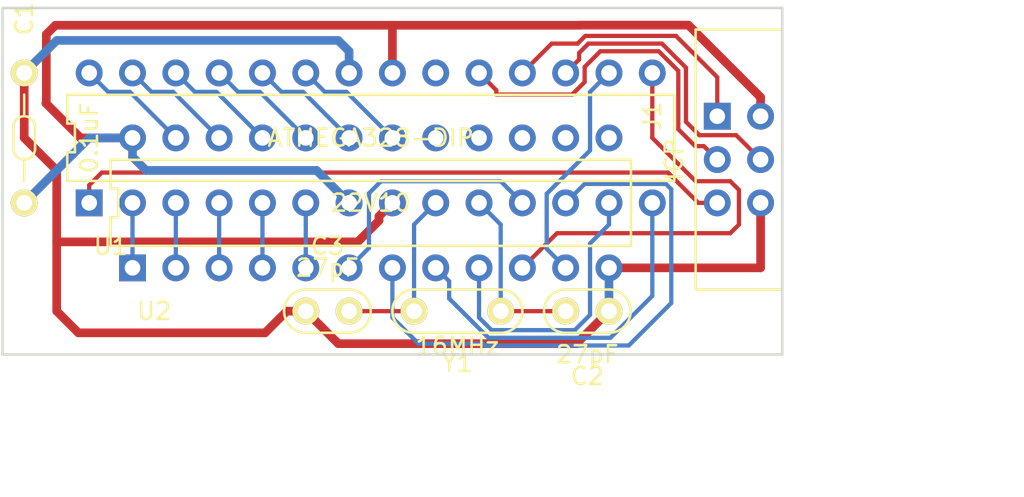
<source format=kicad_pcb>
(kicad_pcb (version 20160815) (host pcbnew "(2016-09-03 BZR 7112, Git 24f6c4b)-product")

  (general
    (links 35)
    (no_connects 15)
    (area 38.024999 38.024999 83.895001 58.495001)
    (thickness 1.6)
    (drawings 6)
    (tracks 155)
    (zones 0)
    (modules 7)
    (nets 31)
  )

  (page A)
  (layers
    (0 F.Cu signal)
    (31 B.Cu signal)
    (32 B.Adhes user)
    (33 F.Adhes user)
    (34 B.Paste user)
    (35 F.Paste user)
    (36 B.SilkS user)
    (37 F.SilkS user)
    (38 B.Mask user)
    (39 F.Mask user)
    (40 Dwgs.User user)
    (41 Cmts.User user)
    (42 Eco1.User user)
    (43 Eco2.User user)
    (44 Edge.Cuts user)
    (45 Margin user)
    (46 B.CrtYd user)
    (47 F.CrtYd user)
    (48 B.Fab user)
    (49 F.Fab user)
  )

  (setup
    (last_trace_width 0.25)
    (trace_clearance 0.2)
    (zone_clearance 0.508)
    (zone_45_only no)
    (trace_min 0.2)
    (segment_width 0.2)
    (edge_width 0.15)
    (via_size 0.8)
    (via_drill 0.4)
    (via_min_size 0.4)
    (via_min_drill 0.3)
    (uvia_size 0.3)
    (uvia_drill 0.1)
    (uvias_allowed no)
    (uvia_min_size 0.2)
    (uvia_min_drill 0.1)
    (pcb_text_width 0.3)
    (pcb_text_size 1.5 1.5)
    (mod_edge_width 0.15)
    (mod_text_size 1 1)
    (mod_text_width 0.15)
    (pad_size 1.5748 1.5748)
    (pad_drill 0.9144)
    (pad_to_mask_clearance 0.2)
    (aux_axis_origin 0 0)
    (visible_elements 7FFFFFFF)
    (pcbplotparams
      (layerselection 0x00030_ffffffff)
      (usegerberextensions false)
      (excludeedgelayer true)
      (linewidth 0.100000)
      (plotframeref false)
      (viasonmask false)
      (mode 1)
      (useauxorigin false)
      (hpglpennumber 1)
      (hpglpenspeed 20)
      (hpglpendiameter 15)
      (psnegative false)
      (psa4output false)
      (plotreference true)
      (plotvalue true)
      (plotinvisibletext false)
      (padsonsilk false)
      (subtractmaskfromsilk false)
      (outputformat 1)
      (mirror false)
      (drillshape 1)
      (scaleselection 1)
      (outputdirectory ""))
  )

  (net 0 "")
  (net 1 GND)
  (net 2 "Net-(C2-Pad1)")
  (net 3 "Net-(C3-Pad1)")
  (net 4 "Net-(J1-Pad1)")
  (net 5 "Net-(J1-Pad4)")
  (net 6 "Net-(J1-Pad3)")
  (net 7 "Net-(J1-Pad5)")
  (net 8 "Net-(U1-Pad28)")
  (net 9 "Net-(U1-Pad27)")
  (net 10 "Net-(U1-Pad2)")
  (net 11 "Net-(U1-Pad26)")
  (net 12 "Net-(U1-Pad3)")
  (net 13 "Net-(U1-Pad25)")
  (net 14 "Net-(U1-Pad4)")
  (net 15 "Net-(U1-Pad24)")
  (net 16 "Net-(U1-Pad5)")
  (net 17 "Net-(U1-Pad23)")
  (net 18 "Net-(U1-Pad6)")
  (net 19 "Net-(U1-Pad11)")
  (net 20 "Net-(U1-Pad12)")
  (net 21 "Net-(U1-Pad16)")
  (net 22 "Net-(U1-Pad13)")
  (net 23 "Net-(U1-Pad15)")
  (net 24 "Net-(U1-Pad14)")
  (net 25 "Net-(U2-Pad16)")
  (net 26 "Net-(U2-Pad15)")
  (net 27 "Net-(U2-Pad14)")
  (net 28 "Net-(U2-Pad13)")
  (net 29 "Net-(U2-Pad17)")
  (net 30 /VCC)

  (net_class Default "This is the default net class."
    (clearance 0.2)
    (trace_width 0.25)
    (via_dia 0.8)
    (via_drill 0.4)
    (uvia_dia 0.3)
    (uvia_drill 0.1)
    (diff_pair_gap 0.25)
    (diff_pair_width 0.2)
    (add_net "Net-(C2-Pad1)")
    (add_net "Net-(C3-Pad1)")
    (add_net "Net-(J1-Pad1)")
    (add_net "Net-(J1-Pad3)")
    (add_net "Net-(J1-Pad4)")
    (add_net "Net-(J1-Pad5)")
    (add_net "Net-(U1-Pad11)")
    (add_net "Net-(U1-Pad12)")
    (add_net "Net-(U1-Pad13)")
    (add_net "Net-(U1-Pad14)")
    (add_net "Net-(U1-Pad15)")
    (add_net "Net-(U1-Pad16)")
    (add_net "Net-(U1-Pad2)")
    (add_net "Net-(U1-Pad23)")
    (add_net "Net-(U1-Pad24)")
    (add_net "Net-(U1-Pad25)")
    (add_net "Net-(U1-Pad26)")
    (add_net "Net-(U1-Pad27)")
    (add_net "Net-(U1-Pad28)")
    (add_net "Net-(U1-Pad3)")
    (add_net "Net-(U1-Pad4)")
    (add_net "Net-(U1-Pad5)")
    (add_net "Net-(U1-Pad6)")
    (add_net "Net-(U2-Pad13)")
    (add_net "Net-(U2-Pad14)")
    (add_net "Net-(U2-Pad15)")
    (add_net "Net-(U2-Pad16)")
    (add_net "Net-(U2-Pad17)")
  )

  (net_class Power ""
    (clearance 0.254)
    (trace_width 0.508)
    (via_dia 1.016)
    (via_drill 0.5588)
    (uvia_dia 0.3)
    (uvia_drill 0.1)
    (diff_pair_gap 0.25)
    (diff_pair_width 0.2)
    (add_net /VCC)
    (add_net GND)
  )

  (module SynthMoudle:CAP-Bypass-0.3 (layer F.Cu) (tedit 56B42E37) (tstamp 57DCAD88)
    (at 39.37 45.72 90)
    (path /57DC66CF)
    (fp_text reference C1 (at 6.985 0 90) (layer F.SilkS)
      (effects (font (size 1 1) (thickness 0.15)))
    )
    (fp_text value 0.1uF (at 0 3.81 90) (layer F.SilkS)
      (effects (font (size 1 1) (thickness 0.15)))
    )
    (fp_arc (start 0.635 0) (end 1.27 0) (angle 90) (layer F.SilkS) (width 0.15))
    (fp_arc (start 0.635 0) (end 0.635 -0.635) (angle 90) (layer F.SilkS) (width 0.15))
    (fp_arc (start -0.635 0) (end -0.635 0.635) (angle 90) (layer F.SilkS) (width 0.15))
    (fp_arc (start -0.635 0) (end -1.27 0) (angle 90) (layer F.SilkS) (width 0.15))
    (fp_line (start -0.635 0.635) (end 0.635 0.635) (layer F.SilkS) (width 0.15))
    (fp_line (start -0.635 -0.635) (end 0.635 -0.635) (layer F.SilkS) (width 0.15))
    (fp_line (start 2.54 0) (end 1.27 0) (layer F.SilkS) (width 0.15))
    (fp_line (start -2.54 0) (end -1.27 0) (layer F.SilkS) (width 0.15))
    (pad 1 thru_hole circle (at -3.81 0 90) (size 1.5748 1.5748) (drill 0.9144) (layers *.Cu *.Mask F.SilkS)
      (net 30 /VCC))
    (pad 2 thru_hole circle (at 3.81 0 90) (size 1.5748 1.5748) (drill 0.9144) (layers *.Cu *.Mask F.SilkS)
      (net 1 GND))
  )

  (module SynthMoudle:CAP-0.1 (layer F.Cu) (tedit 56D66FB6) (tstamp 57DCAD94)
    (at 72.39 55.88)
    (path /57DC60DE)
    (fp_text reference C2 (at 0 3.81) (layer F.SilkS)
      (effects (font (size 1 1) (thickness 0.15)))
    )
    (fp_text value 27pF (at 0 2.54) (layer F.SilkS)
      (effects (font (size 1 1) (thickness 0.15)))
    )
    (fp_arc (start 1.27 0) (end 2.54 0) (angle 90) (layer F.SilkS) (width 0.15))
    (fp_arc (start 1.27 0) (end 1.27 -1.27) (angle 90) (layer F.SilkS) (width 0.15))
    (fp_arc (start -1.27 0) (end -2.54 0) (angle 90) (layer F.SilkS) (width 0.15))
    (fp_arc (start -1.27 0) (end -1.27 1.27) (angle 90) (layer F.SilkS) (width 0.15))
    (fp_line (start 1.27 1.27) (end -1.27 1.27) (layer F.SilkS) (width 0.15))
    (fp_line (start -1.27 -1.27) (end 1.27 -1.27) (layer F.SilkS) (width 0.15))
    (pad 1 thru_hole circle (at -1.27 0) (size 1.5748 1.5748) (drill 0.9144) (layers *.Cu *.Mask F.SilkS)
      (net 2 "Net-(C2-Pad1)"))
    (pad 2 thru_hole circle (at 1.27 0) (size 1.5748 1.5748) (drill 0.9144) (layers *.Cu *.Mask F.SilkS)
      (net 1 GND))
  )

  (module SynthMoudle:CAP-0.1 (layer F.Cu) (tedit 56D66FB6) (tstamp 57DCADA0)
    (at 57.15 55.88 180)
    (path /57DC6143)
    (fp_text reference C3 (at 0 3.81 180) (layer F.SilkS)
      (effects (font (size 1 1) (thickness 0.15)))
    )
    (fp_text value 27pF (at 0 2.54 180) (layer F.SilkS)
      (effects (font (size 1 1) (thickness 0.15)))
    )
    (fp_arc (start 1.27 0) (end 2.54 0) (angle 90) (layer F.SilkS) (width 0.15))
    (fp_arc (start 1.27 0) (end 1.27 -1.27) (angle 90) (layer F.SilkS) (width 0.15))
    (fp_arc (start -1.27 0) (end -2.54 0) (angle 90) (layer F.SilkS) (width 0.15))
    (fp_arc (start -1.27 0) (end -1.27 1.27) (angle 90) (layer F.SilkS) (width 0.15))
    (fp_line (start 1.27 1.27) (end -1.27 1.27) (layer F.SilkS) (width 0.15))
    (fp_line (start -1.27 -1.27) (end 1.27 -1.27) (layer F.SilkS) (width 0.15))
    (pad 1 thru_hole circle (at -1.27 0 180) (size 1.5748 1.5748) (drill 0.9144) (layers *.Cu *.Mask F.SilkS)
      (net 3 "Net-(C3-Pad1)"))
    (pad 2 thru_hole circle (at 1.27 0 180) (size 1.5748 1.5748) (drill 0.9144) (layers *.Cu *.Mask F.SilkS)
      (net 1 GND))
  )

  (module SynthMoudle:IDC3X2 (layer F.Cu) (tedit 57DC8C3E) (tstamp 57DCADAE)
    (at 81.28 46.99 270)
    (path /57DC7284)
    (fp_text reference J1 (at -2.54 5.08 90) (layer F.SilkS)
      (effects (font (size 1 1) (thickness 0.15)))
    )
    (fp_text value ICP (at 0 3.81 270) (layer F.SilkS)
      (effects (font (size 1 1) (thickness 0.15)))
    )
    (fp_line (start -7.62 -2.54) (end 7.62 -2.54) (layer F.SilkS) (width 0.15))
    (fp_line (start 7.62 -2.54) (end 7.62 2.54) (layer F.SilkS) (width 0.15))
    (fp_line (start 7.62 2.54) (end -7.62 2.54) (layer F.SilkS) (width 0.15))
    (fp_line (start -7.62 2.54) (end -7.62 -2.54) (layer F.SilkS) (width 0.15))
    (pad 2 thru_hole circle (at -2.54 -1.27 270) (size 1.5748 1.5748) (drill 0.9144) (layers *.Cu *.Mask)
      (net 30 /VCC))
    (pad 1 thru_hole rect (at -2.54 1.27 270) (size 1.5748 1.5748) (drill 0.9144) (layers *.Cu *.Mask)
      (net 4 "Net-(J1-Pad1)"))
    (pad 4 thru_hole circle (at 0 -1.27 270) (size 1.5748 1.5748) (drill 0.9144) (layers *.Cu *.Mask)
      (net 5 "Net-(J1-Pad4)"))
    (pad 3 thru_hole circle (at 0 1.27 270) (size 1.5748 1.5748) (drill 0.9144) (layers *.Cu *.Mask)
      (net 6 "Net-(J1-Pad3)"))
    (pad 6 thru_hole circle (at 2.54 -1.27 270) (size 1.5748 1.5748) (drill 0.9144) (layers *.Cu *.Mask)
      (net 1 GND))
    (pad 5 thru_hole circle (at 2.54 1.27 270) (size 1.5748 1.5748) (drill 0.9144) (layers *.Cu *.Mask)
      (net 7 "Net-(J1-Pad5)"))
  )

  (module SynthMoudle:DIP28.3 (layer F.Cu) (tedit 57DCAE29) (tstamp 57DCADDA)
    (at 59.69 45.72)
    (path /57DC5209)
    (fp_text reference U1 (at -15.24 6.35) (layer F.SilkS)
      (effects (font (size 1 1) (thickness 0.15)))
    )
    (fp_text value ATMEGA328-DIP (at 0 0) (layer F.SilkS)
      (effects (font (size 1 1) (thickness 0.15)))
    )
    (fp_line (start -17.7974 2.522599) (end 17.7974 2.5226) (layer F.SilkS) (width 0.15))
    (fp_line (start 17.7974 2.5226) (end 17.7974 -2.522599) (layer F.SilkS) (width 0.15))
    (fp_line (start 17.7974 -2.522599) (end -17.7974 -2.5226) (layer F.SilkS) (width 0.15))
    (fp_line (start -17.7974 -2.5226) (end -17.7974 -0.840866) (layer F.SilkS) (width 0.15))
    (fp_line (start -17.7974 -0.840866) (end -17.3474 -0.840866) (layer F.SilkS) (width 0.15))
    (fp_line (start -17.3474 -0.840866) (end -17.3474 0.840866) (layer F.SilkS) (width 0.15))
    (fp_line (start -17.3474 0.840866) (end -17.7974 0.840866) (layer F.SilkS) (width 0.15))
    (fp_line (start -17.7974 0.840866) (end -17.7974 2.522599) (layer F.SilkS) (width 0.15))
    (fp_line (start -17.95 -2.65) (end 17.95 -2.65) (layer F.CrtYd) (width 0.05))
    (fp_line (start 17.95 -2.65) (end 17.95 2.65) (layer F.CrtYd) (width 0.05))
    (fp_line (start 17.95 2.65) (end -17.95 2.65) (layer F.CrtYd) (width 0.05))
    (fp_line (start -17.95 2.65) (end -17.95 -2.65) (layer F.CrtYd) (width 0.05))
    (pad 28 thru_hole circle (at -16.51 -3.81) (size 1.5748 1.5748) (drill 0.9144) (layers *.Cu *.Mask)
      (net 8 "Net-(U1-Pad28)"))
    (pad 1 thru_hole rect (at -16.51 3.81) (size 1.5748 1.5748) (drill 0.9144) (layers *.Cu *.Mask)
      (net 7 "Net-(J1-Pad5)"))
    (pad 27 thru_hole circle (at -13.97 -3.81) (size 1.5748 1.5748) (drill 0.9144) (layers *.Cu *.Mask)
      (net 9 "Net-(U1-Pad27)"))
    (pad 2 thru_hole circle (at -13.97 3.81) (size 1.5748 1.5748) (drill 0.9144) (layers *.Cu *.Mask)
      (net 10 "Net-(U1-Pad2)"))
    (pad 26 thru_hole circle (at -11.43 -3.81) (size 1.5748 1.5748) (drill 0.9144) (layers *.Cu *.Mask)
      (net 11 "Net-(U1-Pad26)"))
    (pad 3 thru_hole circle (at -11.43 3.81) (size 1.5748 1.5748) (drill 0.9144) (layers *.Cu *.Mask)
      (net 12 "Net-(U1-Pad3)"))
    (pad 25 thru_hole circle (at -8.89 -3.81) (size 1.5748 1.5748) (drill 0.9144) (layers *.Cu *.Mask)
      (net 13 "Net-(U1-Pad25)"))
    (pad 4 thru_hole circle (at -8.89 3.81) (size 1.5748 1.5748) (drill 0.9144) (layers *.Cu *.Mask)
      (net 14 "Net-(U1-Pad4)"))
    (pad 24 thru_hole circle (at -6.35 -3.81) (size 1.5748 1.5748) (drill 0.9144) (layers *.Cu *.Mask)
      (net 15 "Net-(U1-Pad24)"))
    (pad 5 thru_hole circle (at -6.35 3.81) (size 1.5748 1.5748) (drill 0.9144) (layers *.Cu *.Mask)
      (net 16 "Net-(U1-Pad5)"))
    (pad 23 thru_hole circle (at -3.81 -3.81) (size 1.5748 1.5748) (drill 0.9144) (layers *.Cu *.Mask)
      (net 17 "Net-(U1-Pad23)"))
    (pad 6 thru_hole circle (at -3.81 3.81) (size 1.5748 1.5748) (drill 0.9144) (layers *.Cu *.Mask)
      (net 18 "Net-(U1-Pad6)"))
    (pad 22 thru_hole circle (at -1.27 -3.81) (size 1.5748 1.5748) (drill 0.9144) (layers *.Cu *.Mask)
      (net 1 GND))
    (pad 7 thru_hole circle (at -1.27 3.81) (size 1.5748 1.5748) (drill 0.9144) (layers *.Cu *.Mask)
      (net 30 /VCC))
    (pad 21 thru_hole circle (at 1.27 -3.81) (size 1.5748 1.5748) (drill 0.9144) (layers *.Cu *.Mask)
      (net 30 /VCC))
    (pad 8 thru_hole circle (at 1.27 3.81) (size 1.5748 1.5748) (drill 0.9144) (layers *.Cu *.Mask)
      (net 1 GND))
    (pad 20 thru_hole circle (at 3.81 -3.81) (size 1.5748 1.5748) (drill 0.9144) (layers *.Cu *.Mask))
    (pad 9 thru_hole circle (at 3.81 3.81) (size 1.5748 1.5748) (drill 0.9144) (layers *.Cu *.Mask)
      (net 3 "Net-(C3-Pad1)"))
    (pad 19 thru_hole circle (at 6.35 -3.81) (size 1.5748 1.5748) (drill 0.9144) (layers *.Cu *.Mask)
      (net 6 "Net-(J1-Pad3)"))
    (pad 10 thru_hole circle (at 6.35 3.81) (size 1.5748 1.5748) (drill 0.9144) (layers *.Cu *.Mask)
      (net 2 "Net-(C2-Pad1)"))
    (pad 18 thru_hole circle (at 8.89 -3.81) (size 1.5748 1.5748) (drill 0.9144) (layers *.Cu *.Mask)
      (net 4 "Net-(J1-Pad1)"))
    (pad 11 thru_hole circle (at 8.89 3.81) (size 1.5748 1.5748) (drill 0.9144) (layers *.Cu *.Mask)
      (net 19 "Net-(U1-Pad11)"))
    (pad 17 thru_hole circle (at 11.43 -3.81) (size 1.5748 1.5748) (drill 0.9144) (layers *.Cu *.Mask)
      (net 5 "Net-(J1-Pad4)"))
    (pad 12 thru_hole circle (at 11.43 3.81) (size 1.5748 1.5748) (drill 0.9144) (layers *.Cu *.Mask)
      (net 20 "Net-(U1-Pad12)"))
    (pad 16 thru_hole circle (at 13.97 -3.81) (size 1.5748 1.5748) (drill 0.9144) (layers *.Cu *.Mask)
      (net 21 "Net-(U1-Pad16)"))
    (pad 13 thru_hole circle (at 13.97 3.81) (size 1.5748 1.5748) (drill 0.9144) (layers *.Cu *.Mask)
      (net 22 "Net-(U1-Pad13)"))
    (pad 15 thru_hole circle (at 16.51 -3.81) (size 1.5748 1.5748) (drill 0.9144) (layers *.Cu *.Mask)
      (net 23 "Net-(U1-Pad15)"))
    (pad 14 thru_hole circle (at 16.51 3.81) (size 1.5748 1.5748) (drill 0.9144) (layers *.Cu *.Mask)
      (net 24 "Net-(U1-Pad14)"))
  )

  (module SynthMoudle:DIP24.3 (layer F.Cu) (tedit 57DCAE10) (tstamp 57DCAE02)
    (at 59.69 49.53)
    (path /57DC5D2C)
    (fp_text reference U2 (at -12.7 6.35 180) (layer F.SilkS)
      (effects (font (size 1 1) (thickness 0.15)))
    )
    (fp_text value 22V10 (at 0 0) (layer F.SilkS)
      (effects (font (size 1 1) (thickness 0.15)))
    )
    (fp_line (start -15.2574 2.522599) (end 15.2574 2.5226) (layer F.SilkS) (width 0.15))
    (fp_line (start 15.2574 2.5226) (end 15.2574 -2.522599) (layer F.SilkS) (width 0.15))
    (fp_line (start 15.2574 -2.522599) (end -15.2574 -2.5226) (layer F.SilkS) (width 0.15))
    (fp_line (start -15.2574 -2.5226) (end -15.2574 -0.840866) (layer F.SilkS) (width 0.15))
    (fp_line (start -15.2574 -0.840866) (end -14.8074 -0.840866) (layer F.SilkS) (width 0.15))
    (fp_line (start -14.8074 -0.840866) (end -14.8074 0.840866) (layer F.SilkS) (width 0.15))
    (fp_line (start -14.8074 0.840866) (end -15.2574 0.840866) (layer F.SilkS) (width 0.15))
    (fp_line (start -15.2574 0.840866) (end -15.2574 2.522599) (layer F.SilkS) (width 0.15))
    (fp_line (start -15.4 -2.65) (end 15.4 -2.65) (layer F.CrtYd) (width 0.05))
    (fp_line (start 15.4 -2.65) (end 15.4 2.65) (layer F.CrtYd) (width 0.05))
    (fp_line (start 15.4 2.65) (end -15.4 2.65) (layer F.CrtYd) (width 0.05))
    (fp_line (start -15.4 2.65) (end -15.4 -2.65) (layer F.CrtYd) (width 0.05))
    (pad 24 thru_hole circle (at -13.97 -3.81) (size 1.5748 1.5748) (drill 0.9144) (layers *.Cu *.Mask)
      (net 30 /VCC))
    (pad 1 thru_hole rect (at -13.97 3.81) (size 1.5748 1.5748) (drill 0.9144) (layers *.Cu *.Mask)
      (net 10 "Net-(U1-Pad2)"))
    (pad 23 thru_hole circle (at -11.43 -3.81) (size 1.5748 1.5748) (drill 0.9144) (layers *.Cu *.Mask)
      (net 8 "Net-(U1-Pad28)"))
    (pad 2 thru_hole circle (at -11.43 3.81) (size 1.5748 1.5748) (drill 0.9144) (layers *.Cu *.Mask)
      (net 12 "Net-(U1-Pad3)"))
    (pad 22 thru_hole circle (at -8.89 -3.81) (size 1.5748 1.5748) (drill 0.9144) (layers *.Cu *.Mask)
      (net 9 "Net-(U1-Pad27)"))
    (pad 3 thru_hole circle (at -8.89 3.81) (size 1.5748 1.5748) (drill 0.9144) (layers *.Cu *.Mask)
      (net 14 "Net-(U1-Pad4)"))
    (pad 21 thru_hole circle (at -6.35 -3.81) (size 1.5748 1.5748) (drill 0.9144) (layers *.Cu *.Mask)
      (net 11 "Net-(U1-Pad26)"))
    (pad 4 thru_hole circle (at -6.35 3.81) (size 1.5748 1.5748) (drill 0.9144) (layers *.Cu *.Mask)
      (net 16 "Net-(U1-Pad5)"))
    (pad 20 thru_hole circle (at -3.81 -3.81) (size 1.5748 1.5748) (drill 0.9144) (layers *.Cu *.Mask)
      (net 13 "Net-(U1-Pad25)"))
    (pad 5 thru_hole circle (at -3.81 3.81) (size 1.5748 1.5748) (drill 0.9144) (layers *.Cu *.Mask)
      (net 18 "Net-(U1-Pad6)"))
    (pad 19 thru_hole circle (at -1.27 -3.81) (size 1.5748 1.5748) (drill 0.9144) (layers *.Cu *.Mask)
      (net 15 "Net-(U1-Pad24)"))
    (pad 6 thru_hole circle (at -1.27 3.81) (size 1.5748 1.5748) (drill 0.9144) (layers *.Cu *.Mask)
      (net 19 "Net-(U1-Pad11)"))
    (pad 18 thru_hole circle (at 1.27 -3.81) (size 1.5748 1.5748) (drill 0.9144) (layers *.Cu *.Mask)
      (net 17 "Net-(U1-Pad23)"))
    (pad 7 thru_hole circle (at 1.27 3.81) (size 1.5748 1.5748) (drill 0.9144) (layers *.Cu *.Mask)
      (net 20 "Net-(U1-Pad12)"))
    (pad 17 thru_hole circle (at 3.81 -3.81) (size 1.5748 1.5748) (drill 0.9144) (layers *.Cu *.Mask)
      (net 29 "Net-(U2-Pad17)"))
    (pad 8 thru_hole circle (at 3.81 3.81) (size 1.5748 1.5748) (drill 0.9144) (layers *.Cu *.Mask)
      (net 24 "Net-(U1-Pad14)"))
    (pad 16 thru_hole circle (at 6.35 -3.81) (size 1.5748 1.5748) (drill 0.9144) (layers *.Cu *.Mask)
      (net 25 "Net-(U2-Pad16)"))
    (pad 9 thru_hole circle (at 6.35 3.81) (size 1.5748 1.5748) (drill 0.9144) (layers *.Cu *.Mask)
      (net 22 "Net-(U1-Pad13)"))
    (pad 15 thru_hole circle (at 8.89 -3.81) (size 1.5748 1.5748) (drill 0.9144) (layers *.Cu *.Mask)
      (net 26 "Net-(U2-Pad15)"))
    (pad 10 thru_hole circle (at 8.89 3.81) (size 1.5748 1.5748) (drill 0.9144) (layers *.Cu *.Mask)
      (net 23 "Net-(U1-Pad15)"))
    (pad 14 thru_hole circle (at 11.43 -3.81) (size 1.5748 1.5748) (drill 0.9144) (layers *.Cu *.Mask)
      (net 27 "Net-(U2-Pad14)"))
    (pad 11 thru_hole circle (at 11.43 3.81) (size 1.5748 1.5748) (drill 0.9144) (layers *.Cu *.Mask)
      (net 21 "Net-(U1-Pad16)"))
    (pad 13 thru_hole circle (at 13.97 -3.81) (size 1.5748 1.5748) (drill 0.9144) (layers *.Cu *.Mask)
      (net 28 "Net-(U2-Pad13)"))
    (pad 12 thru_hole circle (at 13.97 3.81) (size 1.5748 1.5748) (drill 0.9144) (layers *.Cu *.Mask)
      (net 1 GND))
  )

  (module SynthMoudle:XTAL (layer F.Cu) (tedit 56D67009) (tstamp 57DCAE0E)
    (at 64.77 55.88)
    (path /57DC6035)
    (fp_text reference Y1 (at 0 3.04) (layer F.SilkS)
      (effects (font (size 1 1) (thickness 0.15)))
    )
    (fp_text value 16MHz (at 0 2.04) (layer F.SilkS)
      (effects (font (size 1 1) (thickness 0.15)))
    )
    (fp_arc (start -2.54 0) (end -2.54 1.27) (angle 90) (layer F.SilkS) (width 0.15))
    (fp_arc (start -2.54 0) (end -3.81 0) (angle 90) (layer F.SilkS) (width 0.15))
    (fp_arc (start 2.54 0) (end 3.81 0) (angle 90) (layer F.SilkS) (width 0.15))
    (fp_arc (start 2.54 0) (end 2.54 -1.27) (angle 90) (layer F.SilkS) (width 0.15))
    (fp_line (start 2.54 1.27) (end -2.54 1.27) (layer F.SilkS) (width 0.15))
    (fp_line (start -2.54 -1.27) (end 2.54 -1.27) (layer F.SilkS) (width 0.15))
    (pad 1 thru_hole circle (at -2.54 0) (size 1.5748 1.5748) (drill 0.9144) (layers *.Cu *.Mask F.SilkS)
      (net 3 "Net-(C3-Pad1)"))
    (pad 2 thru_hole circle (at 2.54 0) (size 1.5748 1.5748) (drill 0.9144) (layers *.Cu *.Mask F.SilkS)
      (net 2 "Net-(C2-Pad1)"))
  )

  (dimension 20.32 (width 0.3) (layer F.Fab)
    (gr_text "0.8000 in" (at 95.33 48.26 270) (layer F.Fab)
      (effects (font (size 1.5 1.5) (thickness 0.3)))
    )
    (feature1 (pts (xy 86.36 58.42) (xy 96.68 58.42)))
    (feature2 (pts (xy 86.36 38.1) (xy 96.68 38.1)))
    (crossbar (pts (xy 93.98 38.1) (xy 93.98 58.42)))
    (arrow1a (pts (xy 93.98 58.42) (xy 93.393579 57.293496)))
    (arrow1b (pts (xy 93.98 58.42) (xy 94.566421 57.293496)))
    (arrow2a (pts (xy 93.98 38.1) (xy 93.393579 39.226504)))
    (arrow2b (pts (xy 93.98 38.1) (xy 94.566421 39.226504)))
  )
  (dimension 45.72 (width 0.3) (layer F.Fab)
    (gr_text "1.8000 in" (at 60.96 67.39) (layer F.Fab)
      (effects (font (size 1.5 1.5) (thickness 0.3)))
    )
    (feature1 (pts (xy 83.82 60.96) (xy 83.82 68.74)))
    (feature2 (pts (xy 38.1 60.96) (xy 38.1 68.74)))
    (crossbar (pts (xy 38.1 66.04) (xy 83.82 66.04)))
    (arrow1a (pts (xy 83.82 66.04) (xy 82.693496 66.626421)))
    (arrow1b (pts (xy 83.82 66.04) (xy 82.693496 65.453579)))
    (arrow2a (pts (xy 38.1 66.04) (xy 39.226504 66.626421)))
    (arrow2b (pts (xy 38.1 66.04) (xy 39.226504 65.453579)))
  )
  (gr_line (start 38.1 58.42) (end 38.1 38.1) (angle 90) (layer Edge.Cuts) (width 0.15))
  (gr_line (start 83.82 58.42) (end 38.1 58.42) (angle 90) (layer Edge.Cuts) (width 0.15))
  (gr_line (start 83.82 38.1) (end 83.82 58.42) (angle 90) (layer Edge.Cuts) (width 0.15))
  (gr_line (start 38.1 38.1) (end 83.82 38.1) (angle 90) (layer Edge.Cuts) (width 0.15))

  (segment (start 41.275 55.88) (end 41.275 51.816) (width 0.508) (layer F.Cu) (net 1))
  (segment (start 60.172601 50.571399) (end 58.928 51.816) (width 0.508) (layer F.Cu) (net 1))
  (segment (start 41.275 51.816) (end 41.275 47.625) (width 0.508) (layer F.Cu) (net 1))
  (segment (start 58.928 51.816) (end 41.275 51.816) (width 0.508) (layer F.Cu) (net 1))
  (segment (start 60.96 49.53) (end 60.172601 50.317399) (width 0.508) (layer F.Cu) (net 1))
  (segment (start 60.172601 50.317399) (end 60.172601 50.571399) (width 0.508) (layer F.Cu) (net 1))
  (segment (start 73.66 53.34) (end 82.55 53.34) (width 0.508) (layer F.Cu) (net 1))
  (segment (start 82.55 53.34) (end 82.55 49.53) (width 0.508) (layer F.Cu) (net 1))
  (segment (start 55.88 55.88) (end 54.766449 55.88) (width 0.508) (layer F.Cu) (net 1))
  (segment (start 54.766449 55.88) (end 53.496449 57.15) (width 0.508) (layer F.Cu) (net 1))
  (segment (start 41.275 47.625) (end 39.37 45.72) (width 0.508) (layer F.Cu) (net 1))
  (segment (start 53.496449 57.15) (end 42.545 57.15) (width 0.508) (layer F.Cu) (net 1))
  (segment (start 42.545 57.15) (end 41.275 55.88) (width 0.508) (layer F.Cu) (net 1))
  (segment (start 39.37 45.72) (end 39.37 41.91) (width 0.508) (layer F.Cu) (net 1))
  (segment (start 71.755 57.785) (end 57.785 57.785) (width 0.508) (layer F.Cu) (net 1))
  (segment (start 57.785 57.785) (end 55.88 55.88) (width 0.508) (layer F.Cu) (net 1))
  (segment (start 73.66 55.88) (end 71.755 57.785) (width 0.508) (layer F.Cu) (net 1))
  (segment (start 73.66 53.34) (end 73.66 55.88) (width 0.508) (layer B.Cu) (net 1))
  (segment (start 39.37 41.91) (end 41.275 40.005) (width 0.508) (layer B.Cu) (net 1))
  (segment (start 41.275 40.005) (end 57.785 40.005) (width 0.508) (layer B.Cu) (net 1))
  (segment (start 57.785 40.005) (end 58.42 40.64) (width 0.508) (layer B.Cu) (net 1))
  (segment (start 58.42 40.64) (end 58.42 41.91) (width 0.508) (layer B.Cu) (net 1))
  (segment (start 66.04 49.53) (end 67.31 50.8) (width 0.25) (layer B.Cu) (net 2))
  (segment (start 67.31 50.8) (end 67.31 55.88) (width 0.25) (layer B.Cu) (net 2))
  (segment (start 71.12 55.88) (end 67.31 55.88) (width 0.25) (layer F.Cu) (net 2))
  (segment (start 63.5 49.53) (end 62.23 50.8) (width 0.25) (layer B.Cu) (net 3))
  (segment (start 62.23 50.8) (end 62.23 55.88) (width 0.25) (layer B.Cu) (net 3))
  (segment (start 58.42 55.88) (end 62.23 55.88) (width 0.25) (layer F.Cu) (net 3))
  (segment (start 72.2712 39.739978) (end 71.821187 40.189991) (width 0.25) (layer F.Cu) (net 4))
  (segment (start 69.367399 41.122601) (end 68.58 41.91) (width 0.25) (layer F.Cu) (net 4))
  (segment (start 70.300009 40.189991) (end 69.367399 41.122601) (width 0.25) (layer F.Cu) (net 4))
  (segment (start 71.821187 40.189991) (end 70.300009 40.189991) (width 0.25) (layer F.Cu) (net 4))
  (segment (start 80.01 42.161178) (end 77.5888 39.739978) (width 0.25) (layer F.Cu) (net 4))
  (segment (start 77.5888 39.739978) (end 72.2712 39.739978) (width 0.25) (layer F.Cu) (net 4))
  (segment (start 80.01 44.45) (end 80.01 42.161178) (width 0.25) (layer F.Cu) (net 4))
  (segment (start 82.55 46.99) (end 81.122401 45.562401) (width 0.25) (layer F.Cu) (net 5))
  (segment (start 71.907399 41.122601) (end 71.12 41.91) (width 0.25) (layer F.Cu) (net 5))
  (segment (start 71.907399 40.74019) (end 71.907399 41.122601) (width 0.25) (layer F.Cu) (net 5))
  (segment (start 72.4576 40.189989) (end 71.907399 40.74019) (width 0.25) (layer F.Cu) (net 5))
  (segment (start 78.174011 41.601246) (end 76.762754 40.189989) (width 0.25) (layer F.Cu) (net 5))
  (segment (start 76.762754 40.189989) (end 72.4576 40.189989) (width 0.25) (layer F.Cu) (net 5))
  (segment (start 78.962599 45.562401) (end 78.174011 44.773813) (width 0.25) (layer F.Cu) (net 5))
  (segment (start 78.174011 44.773813) (end 78.174011 41.601246) (width 0.25) (layer F.Cu) (net 5))
  (segment (start 81.122401 45.562401) (end 78.962599 45.562401) (width 0.25) (layer F.Cu) (net 5))
  (segment (start 67.056 43.18) (end 67.056 42.926) (width 0.25) (layer F.Cu) (net 6))
  (segment (start 67.056 42.926) (end 66.04 41.91) (width 0.25) (layer F.Cu) (net 6))
  (segment (start 71.496354 43.18) (end 67.056 43.18) (width 0.25) (layer F.Cu) (net 6))
  (segment (start 72.232401 41.559599) (end 72.232401 42.443953) (width 0.25) (layer F.Cu) (net 6))
  (segment (start 72.232401 42.443953) (end 71.496354 43.18) (width 0.25) (layer F.Cu) (net 6))
  (segment (start 73.152 40.64) (end 72.232401 41.559599) (width 0.25) (layer F.Cu) (net 6))
  (segment (start 76.576354 40.64) (end 73.152 40.64) (width 0.25) (layer F.Cu) (net 6))
  (segment (start 77.724 45.212) (end 77.724 41.787646) (width 0.25) (layer F.Cu) (net 6))
  (segment (start 77.724 41.787646) (end 76.576354 40.64) (width 0.25) (layer F.Cu) (net 6))
  (segment (start 78.714601 46.202601) (end 77.724 45.212) (width 0.25) (layer F.Cu) (net 6))
  (segment (start 80.01 46.99) (end 79.222601 46.202601) (width 0.25) (layer F.Cu) (net 6))
  (segment (start 79.222601 46.202601) (end 78.714601 46.202601) (width 0.25) (layer F.Cu) (net 6))
  (segment (start 78.896449 49.53) (end 80.01 49.53) (width 0.25) (layer F.Cu) (net 7))
  (segment (start 77.118449 47.752) (end 78.896449 49.53) (width 0.25) (layer F.Cu) (net 7))
  (segment (start 43.9206 47.752) (end 77.118449 47.752) (width 0.25) (layer F.Cu) (net 7))
  (segment (start 43.18 49.53) (end 43.18 48.4926) (width 0.25) (layer F.Cu) (net 7))
  (segment (start 43.18 48.4926) (end 43.9206 47.752) (width 0.25) (layer F.Cu) (net 7))
  (segment (start 43.18 41.91) (end 44.292401 43.022401) (width 0.25) (layer B.Cu) (net 8))
  (segment (start 44.292401 43.022401) (end 45.562401 43.022401) (width 0.25) (layer B.Cu) (net 8))
  (segment (start 45.562401 43.022401) (end 47.472601 44.932601) (width 0.25) (layer B.Cu) (net 8))
  (segment (start 47.472601 44.932601) (end 48.26 45.72) (width 0.25) (layer B.Cu) (net 8))
  (segment (start 45.72 41.91) (end 46.832401 43.022401) (width 0.25) (layer B.Cu) (net 9))
  (segment (start 46.832401 43.022401) (end 48.102401 43.022401) (width 0.25) (layer B.Cu) (net 9))
  (segment (start 48.102401 43.022401) (end 50.012601 44.932601) (width 0.25) (layer B.Cu) (net 9))
  (segment (start 50.012601 44.932601) (end 50.8 45.72) (width 0.25) (layer B.Cu) (net 9))
  (segment (start 45.72 53.34) (end 45.72 50.423646) (width 0.25) (layer B.Cu) (net 10))
  (segment (start 45.72 50.423646) (end 45.72 49.53) (width 0.25) (layer B.Cu) (net 10))
  (segment (start 48.26 41.91) (end 49.372401 43.022401) (width 0.25) (layer B.Cu) (net 11))
  (segment (start 49.372401 43.022401) (end 50.642401 43.022401) (width 0.25) (layer B.Cu) (net 11))
  (segment (start 50.642401 43.022401) (end 52.552601 44.932601) (width 0.25) (layer B.Cu) (net 11))
  (segment (start 52.552601 44.932601) (end 53.34 45.72) (width 0.25) (layer B.Cu) (net 11))
  (segment (start 48.26 53.34) (end 48.26 49.53) (width 0.25) (layer B.Cu) (net 12))
  (segment (start 55.092601 44.932601) (end 55.88 45.72) (width 0.25) (layer B.Cu) (net 13))
  (segment (start 50.8 41.91) (end 51.912401 43.022401) (width 0.25) (layer B.Cu) (net 13))
  (segment (start 51.912401 43.022401) (end 53.182401 43.022401) (width 0.25) (layer B.Cu) (net 13))
  (segment (start 53.182401 43.022401) (end 55.092601 44.932601) (width 0.25) (layer B.Cu) (net 13))
  (segment (start 50.8 53.34) (end 50.8 49.53) (width 0.25) (layer B.Cu) (net 14))
  (segment (start 57.632601 44.932601) (end 58.42 45.72) (width 0.25) (layer B.Cu) (net 15))
  (segment (start 53.34 41.91) (end 54.452401 43.022401) (width 0.25) (layer B.Cu) (net 15))
  (segment (start 55.722401 43.022401) (end 57.632601 44.932601) (width 0.25) (layer B.Cu) (net 15))
  (segment (start 54.452401 43.022401) (end 55.722401 43.022401) (width 0.25) (layer B.Cu) (net 15))
  (segment (start 53.34 53.34) (end 53.34 49.53) (width 0.25) (layer B.Cu) (net 16))
  (segment (start 55.88 41.91) (end 56.992401 43.022401) (width 0.25) (layer B.Cu) (net 17))
  (segment (start 56.992401 43.022401) (end 58.262401 43.022401) (width 0.25) (layer B.Cu) (net 17))
  (segment (start 58.262401 43.022401) (end 60.172601 44.932601) (width 0.25) (layer B.Cu) (net 17))
  (segment (start 60.172601 44.932601) (end 60.96 45.72) (width 0.25) (layer B.Cu) (net 17))
  (segment (start 55.88 50.8) (end 55.88 49.53) (width 0.25) (layer B.Cu) (net 18))
  (segment (start 55.88 53.34) (end 55.88 50.8) (width 0.25) (layer B.Cu) (net 18))
  (segment (start 67.31 48.26) (end 67.792601 48.742601) (width 0.25) (layer B.Cu) (net 19))
  (segment (start 59.586401 48.970127) (end 60.296528 48.26) (width 0.25) (layer B.Cu) (net 19))
  (segment (start 60.296528 48.26) (end 67.31 48.26) (width 0.25) (layer B.Cu) (net 19))
  (segment (start 59.586401 52.173599) (end 59.586401 48.970127) (width 0.25) (layer B.Cu) (net 19))
  (segment (start 58.42 53.34) (end 59.586401 52.173599) (width 0.25) (layer B.Cu) (net 19))
  (segment (start 67.792601 48.742601) (end 68.58 49.53) (width 0.25) (layer B.Cu) (net 19))
  (segment (start 60.96 53.34) (end 60.96 56.256354) (width 0.25) (layer B.Cu) (net 20))
  (segment (start 60.96 56.256354) (end 62.488646 57.785) (width 0.25) (layer B.Cu) (net 20))
  (segment (start 62.488646 57.785) (end 66.295824 57.785) (width 0.25) (layer B.Cu) (net 20))
  (segment (start 66.295824 57.785) (end 66.403247 57.892423) (width 0.25) (layer B.Cu) (net 20))
  (segment (start 77.312401 48.737401) (end 76.992599 48.417599) (width 0.25) (layer B.Cu) (net 20))
  (segment (start 66.403247 57.892423) (end 74.822577 57.892423) (width 0.25) (layer B.Cu) (net 20))
  (segment (start 74.822577 57.892423) (end 77.312401 55.402599) (width 0.25) (layer B.Cu) (net 20))
  (segment (start 77.312401 55.402599) (end 77.312401 48.737401) (width 0.25) (layer B.Cu) (net 20))
  (segment (start 76.992599 48.417599) (end 72.232401 48.417599) (width 0.25) (layer B.Cu) (net 20))
  (segment (start 72.232401 48.417599) (end 71.12 49.53) (width 0.25) (layer B.Cu) (net 20))
  (segment (start 72.872601 42.697399) (end 73.66 41.91) (width 0.25) (layer B.Cu) (net 21))
  (segment (start 72.547599 43.022401) (end 72.872601 42.697399) (width 0.25) (layer B.Cu) (net 21))
  (segment (start 71.12 53.34) (end 70.007599 52.227599) (width 0.25) (layer B.Cu) (net 21))
  (segment (start 72.547599 46.456047) (end 72.547599 43.022401) (width 0.25) (layer B.Cu) (net 21))
  (segment (start 70.007599 48.996047) (end 72.547599 46.456047) (width 0.25) (layer B.Cu) (net 21))
  (segment (start 70.007599 52.227599) (end 70.007599 48.996047) (width 0.25) (layer B.Cu) (net 21))
  (segment (start 73.66 50.643551) (end 73.66 49.53) (width 0.25) (layer B.Cu) (net 22))
  (segment (start 72.547599 51.912401) (end 73.66 50.8) (width 0.25) (layer B.Cu) (net 22))
  (segment (start 72.547599 56.098755) (end 72.547599 51.912401) (width 0.25) (layer B.Cu) (net 22))
  (segment (start 73.66 50.8) (end 73.66 50.643551) (width 0.25) (layer B.Cu) (net 22))
  (segment (start 71.653953 56.992401) (end 72.547599 56.098755) (width 0.25) (layer B.Cu) (net 22))
  (segment (start 66.04 53.34) (end 66.04 56.256354) (width 0.25) (layer B.Cu) (net 22))
  (segment (start 66.04 56.256354) (end 66.776047 56.992401) (width 0.25) (layer B.Cu) (net 22))
  (segment (start 66.776047 56.992401) (end 71.653953 56.992401) (width 0.25) (layer B.Cu) (net 22))
  (segment (start 68.58 53.34) (end 70.612 51.308) (width 0.25) (layer F.Cu) (net 23))
  (segment (start 70.612 51.308) (end 80.772 51.308) (width 0.25) (layer F.Cu) (net 23))
  (segment (start 78.74 48.26) (end 76.2 45.72) (width 0.25) (layer F.Cu) (net 23))
  (segment (start 76.2 45.72) (end 76.2 41.91) (width 0.25) (layer F.Cu) (net 23))
  (segment (start 80.772 51.308) (end 81.28 50.8) (width 0.25) (layer F.Cu) (net 23))
  (segment (start 81.28 50.8) (end 81.28 48.768) (width 0.25) (layer F.Cu) (net 23))
  (segment (start 81.28 48.768) (end 80.772 48.26) (width 0.25) (layer F.Cu) (net 23))
  (segment (start 80.772 48.26) (end 78.74 48.26) (width 0.25) (layer F.Cu) (net 23))
  (segment (start 76.2 50.643551) (end 76.2 49.53) (width 0.25) (layer B.Cu) (net 24))
  (segment (start 76.2 54.986354) (end 76.2 50.643551) (width 0.25) (layer B.Cu) (net 24))
  (segment (start 73.743942 57.442412) (end 76.2 54.986354) (width 0.25) (layer B.Cu) (net 24))
  (segment (start 66.589646 57.442412) (end 73.743942 57.442412) (width 0.25) (layer B.Cu) (net 24))
  (segment (start 64.287399 55.140164) (end 66.589646 57.442412) (width 0.25) (layer B.Cu) (net 24))
  (segment (start 64.287399 54.127399) (end 64.287399 55.140164) (width 0.25) (layer B.Cu) (net 24))
  (segment (start 63.5 53.34) (end 64.287399 54.127399) (width 0.25) (layer B.Cu) (net 24))
  (segment (start 72.008998 39.106968) (end 71.999966 39.116) (width 0.508) (layer F.Cu) (net 30))
  (segment (start 82.55 44.45) (end 82.55 43.336449) (width 0.508) (layer F.Cu) (net 30))
  (segment (start 71.999966 39.116) (end 60.96 39.116) (width 0.508) (layer F.Cu) (net 30))
  (segment (start 78.320519 39.106968) (end 72.008998 39.106968) (width 0.508) (layer F.Cu) (net 30))
  (segment (start 82.55 43.336449) (end 78.320519 39.106968) (width 0.508) (layer F.Cu) (net 30))
  (segment (start 45.72 45.72) (end 42.672 45.72) (width 0.508) (layer F.Cu) (net 30))
  (segment (start 40.665401 43.662599) (end 40.665401 39.649401) (width 0.508) (layer F.Cu) (net 30))
  (segment (start 42.672 45.72) (end 40.64 43.688) (width 0.508) (layer F.Cu) (net 30))
  (segment (start 40.64 43.688) (end 40.665401 43.662599) (width 0.508) (layer F.Cu) (net 30))
  (segment (start 40.665401 39.649401) (end 41.198802 39.116) (width 0.508) (layer F.Cu) (net 30))
  (segment (start 60.96 39.116) (end 60.96 41.91) (width 0.508) (layer F.Cu) (net 30))
  (segment (start 41.198802 39.116) (end 60.96 39.116) (width 0.508) (layer F.Cu) (net 30))
  (segment (start 56.515 47.625) (end 58.42 49.53) (width 0.508) (layer B.Cu) (net 30))
  (segment (start 45.72 45.72) (end 45.72 46.833551) (width 0.508) (layer B.Cu) (net 30))
  (segment (start 45.72 46.833551) (end 46.511449 47.625) (width 0.508) (layer B.Cu) (net 30))
  (segment (start 46.511449 47.625) (end 56.515 47.625) (width 0.508) (layer B.Cu) (net 30))
  (segment (start 39.37 49.53) (end 43.18 45.72) (width 0.508) (layer B.Cu) (net 30))
  (segment (start 43.18 45.72) (end 45.72 45.72) (width 0.508) (layer B.Cu) (net 30))

)

</source>
